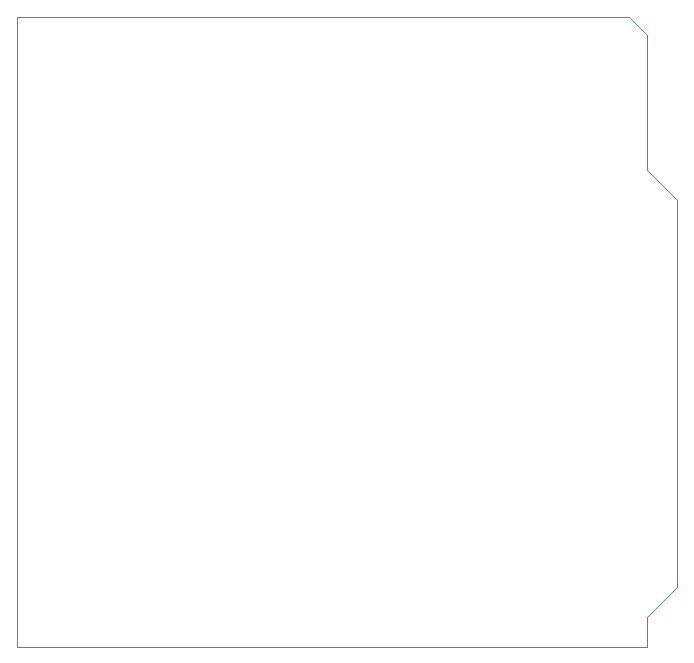
<source format=gbr>
%TF.GenerationSoftware,KiCad,Pcbnew,5.1.6+dfsg1-1*%
%TF.CreationDate,2020-07-08T08:01:11+01:00*%
%TF.ProjectId,Brew_Temperature_Controller,42726577-5f54-4656-9d70-657261747572,rev?*%
%TF.SameCoordinates,Original*%
%TF.FileFunction,Profile,NP*%
%FSLAX46Y46*%
G04 Gerber Fmt 4.6, Leading zero omitted, Abs format (unit mm)*
G04 Created by KiCad (PCBNEW 5.1.6+dfsg1-1) date 2020-07-08 08:01:11*
%MOMM*%
%LPD*%
G01*
G04 APERTURE LIST*
%TA.AperFunction,Profile*%
%ADD10C,0.100000*%
%TD*%
G04 APERTURE END LIST*
D10*
X115062000Y-128016000D02*
X63246000Y-128016000D01*
X116586000Y-129540000D02*
X115062000Y-128016000D01*
X116586000Y-140970000D02*
X116586000Y-129540000D01*
X119126000Y-143510000D02*
X116586000Y-140970000D01*
X119126000Y-176276000D02*
X119126000Y-143510000D01*
X116586000Y-178816000D02*
X119126000Y-176276000D01*
X116586000Y-181356000D02*
X116586000Y-178816000D01*
X63246000Y-181356000D02*
X116586000Y-181356000D01*
X63246000Y-128016000D02*
X63246000Y-181356000D01*
M02*

</source>
